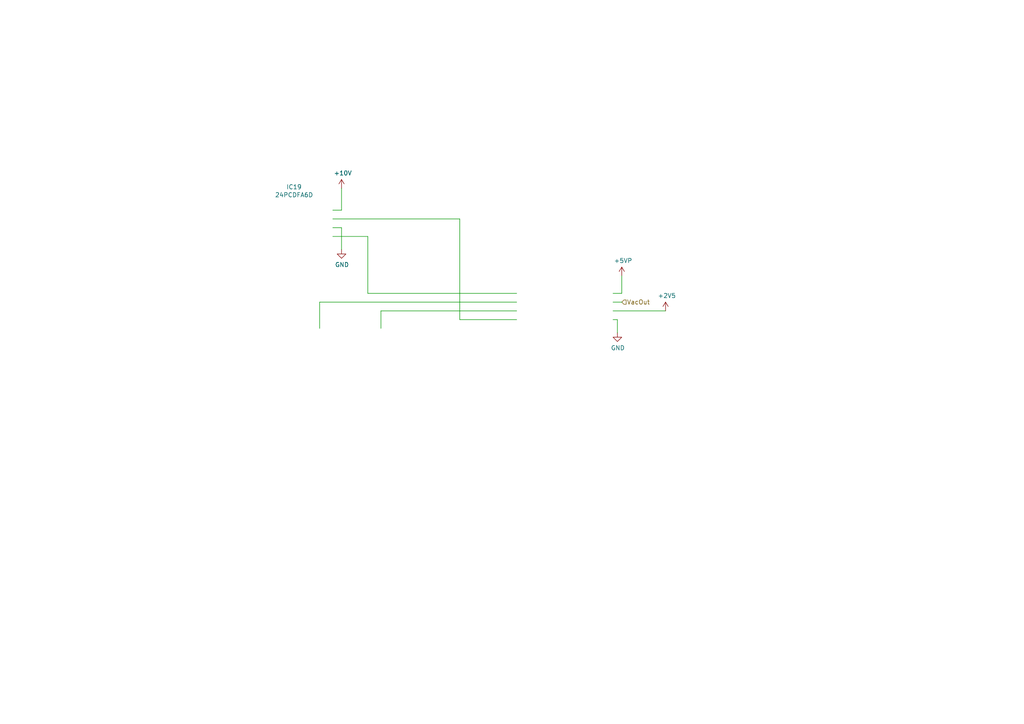
<source format=kicad_sch>
(kicad_sch (version 20211123) (generator eeschema)
  (paper "A4")
  (lib_symbols
    (symbol "power:+10V" (power) (pin_names (offset 0))
      (property "Value" "+10V" (at 0 3.556 0))
      (symbol "+10V_0_1"
        (polyline (pts (xy -0.762 1.27) (xy 0 2.54)))
        (polyline (pts (xy 0 0) (xy 0 2.54)))
        (polyline (pts (xy 0 2.54) (xy 0.762 1.27)))
      )
      (symbol "+10V_1_1"
        (pin power_in line (at 0 0 90) (length 0) hide (name "+10V") (number "1"))
      )
    )
    (symbol "power:+2V5" (power) (pin_names (offset 0))
      (property "Value" "+2V5" (at 0 3.556 0))
      (symbol "+2V5_0_1"
        (polyline (pts (xy -0.762 1.27) (xy 0 2.54)))
        (polyline (pts (xy 0 0) (xy 0 2.54)))
        (polyline (pts (xy 0 2.54) (xy 0.762 1.27)))
      )
      (symbol "+2V5_1_1"
        (pin power_in line (at 0 0 90) (length 0) hide (name "+2V5") (number "1"))
      )
    )
    (symbol "power:+5VP" (power) (pin_names (offset 0))
      (property "Value" "+5VP" (at 0 3.556 0))
      (symbol "+5VP_0_1"
        (polyline (pts (xy -0.762 1.27) (xy 0 2.54)))
        (polyline (pts (xy 0 0) (xy 0 2.54)))
        (polyline (pts (xy 0 2.54) (xy 0.762 1.27)))
      )
      (symbol "+5VP_1_1"
        (pin power_in line (at 0 0 90) (length 0) hide (name "+5VP") (number "1"))
      )
    )
    (symbol "power:GND" (power) (pin_names (offset 0))
      (property "Value" "GND" (at 0 -3.81 0))
      (symbol "GND_0_1"
        (polyline (pts (xy 0 0) (xy 0 -1.27) (xy 1.27 -1.27) (xy 0 -2.54) (xy -1.27 -1.27) (xy 0 -1.27)))
      )
      (symbol "GND_1_1"
        (pin power_in line (at 0 0 270) (length 0) hide (name "GND") (number "1"))
      )
    )
  )
  (wire (pts (xy 106.68 68.58) (xy 96.52 68.58)))
  (wire (pts (xy 99.06 66.04) (xy 96.52 66.04)))
  (wire (pts (xy 149.86 87.63) (xy 92.71 87.63)))
  (wire (pts (xy 179.07 92.71) (xy 177.8 92.71)))
  (wire (pts (xy 149.86 90.17) (xy 110.49 90.17)))
  (wire (pts (xy 177.8 90.17) (xy 193.04 90.17)))
  (wire (pts (xy 177.8 87.63) (xy 180.34 87.63)))
  (wire (pts (xy 92.71 87.63) (xy 92.71 95.25)))
  (wire (pts (xy 149.86 85.09) (xy 106.68 85.09)))
  (wire (pts (xy 99.06 72.39) (xy 99.06 66.04)))
  (wire (pts (xy 180.34 85.09) (xy 180.34 80.01)))
  (wire (pts (xy 133.35 92.71) (xy 149.86 92.71)))
  (wire (pts (xy 179.07 92.71) (xy 179.07 96.52)))
  (wire (pts (xy 106.68 85.09) (xy 106.68 68.58)))
  (wire (pts (xy 177.8 85.09) (xy 180.34 85.09)))
  (wire (pts (xy 96.52 60.96) (xy 99.06 60.96)))
  (wire (pts (xy 99.06 60.96) (xy 99.06 54.61)))
  (wire (pts (xy 96.52 63.5) (xy 133.35 63.5)))
  (wire (pts (xy 110.49 90.17) (xy 110.49 95.25)))
  (wire (pts (xy 133.35 63.5) (xy 133.35 92.71)))
  (hierarchical_label "VacOut" (shape input) (at 180.34 87.63 0))
  (symbol (lib_id "SamacSys_Parts:24PCDFA6D") (at 96.52 68.58 180)
    (property "Reference" "IC19" (at 85.2932 54.229 0))
    (property "Value" "24PCDFA6D" (at 85.2932 56.5404 0))
    (property "Footprint" "SamacSys_Parts:24PCDFA6D" (effects hide))
    (property "Datasheet" "https://componentsearchengine.com/Datasheets/2/24PCDFA6D.pdf" (effects hide))
    (property "Description" "Board Mount Pressure Sensors +/-30psi 10V WET-WET DIFF/Gage/Vac Gage" (effects hide))
    (property "Height" "8" (effects hide))
    (property "Mouser Part Number" "785-24PCDFA6D" (effects hide))
    (property "Mouser Price/Stock" "https://www.mouser.co.uk/ProductDetail/Honeywell/24PCDFA6D?qs=pLJKYPamQJx%252B0ilU11tjNg%3D%3D" (effects hide))
    (property "Manufacturer_Name" "Honeywell" (effects hide))
    (property "Manufacturer_Part_Number" "24PCDFA6D" (effects hide))
  )
  (symbol (lib_id "SamacSys_Parts:INA849DR") (at 149.86 85.09 0)
    (property "Reference" "IC20" (at 163.83 78.359 0))
    (property "Value" "INA849DR" (at 163.83 80.6704 0))
    (property "Footprint" "SamacSys_Parts:SOIC127P600X175-8N" (effects hide))
    (property "Datasheet" "https://www.ti.com/lit/ds/symlink/ina849.pdf?ts=1609495728489&ref_url=https%253A%252F%252Fwww.ti.com%252Fproduct%252FINA849" (effects hide))
    (property "Description" "Texas Instruments Ultra-low noise (1 nV/vHz), high-speed (28 MHz, 35 V/), precision (35 V) instrumentation amplifier" (effects hide))
    (property "Height" "1.75" (effects hide))
    (property "Mouser Part Number" "595-INA849DR" (effects hide))
    (property "Mouser Price/Stock" "https://www.mouser.co.uk/ProductDetail/Texas-Instruments/INA849DR?qs=eP2BKZSCXI4qgDpsz1tg9g%3D%3D" (effects hide))
    (property "Manufacturer_Name" "Texas Instruments" (effects hide))
    (property "Manufacturer_Part_Number" "INA849DR" (effects hide))
  )
  (symbol (lib_id "SamacSys_Parts:YR1B665RCC") (at 92.71 95.25 0)
    (property "Reference" "R42" (at 101.6 89.535 0))
    (property "Value" "YR1B665RCC" (at 101.6 91.8464 0))
    (property "Footprint" "SamacSys_Parts:RESAD1550W60L630D230" (effects hide))
    (property "Datasheet" "https://componentsearchengine.com/Datasheets/1/YR1B665RCC.pdf" (effects hide))
    (property "Description" "TE Connectivity R Series Axial Through Hole Fixed Resistor 665 +/-0.1% 0.25W +/-15ppm/C" (effects hide))
    (property "Mouser Part Number" "279-YR1B665RCC" (effects hide))
    (property "Mouser Price/Stock" "https://www.mouser.com/Search/Refine.aspx?Keyword=279-YR1B665RCC" (effects hide))
    (property "Manufacturer_Name" "TE Connectivity" (effects hide))
    (property "Manufacturer_Part_Number" "YR1B665RCC" (effects hide))
  )
  (symbol (lib_id "power:+10V") (at 99.06 54.61 0)
    (property "Reference" "#PWR0120" (effects hide))
    (property "Value" "+10V" (at 99.441 50.2158 0))
  )
  (symbol (lib_id "power:GND") (at 179.07 96.52 0)
    (property "Reference" "#PWR0122" (effects hide))
    (property "Value" "GND" (at 179.197 100.9142 0))
  )
  (symbol (lib_id "power:GND") (at 99.06 72.39 0)
    (property "Reference" "#PWR0121" (effects hide))
    (property "Value" "GND" (at 99.187 76.7842 0))
  )
  (symbol (lib_id "power:+2V5") (at 193.04 90.17 0)
    (property "Reference" "#PWR0124" (effects hide))
    (property "Value" "+2V5" (at 193.421 85.7758 0))
  )
  (symbol (lib_id "power:+5VP") (at 180.34 80.01 0)
    (property "Reference" "#PWR0123" (effects hide))
    (property "Value" "+5VP" (at 180.721 75.6158 0))
  )
)
</source>
